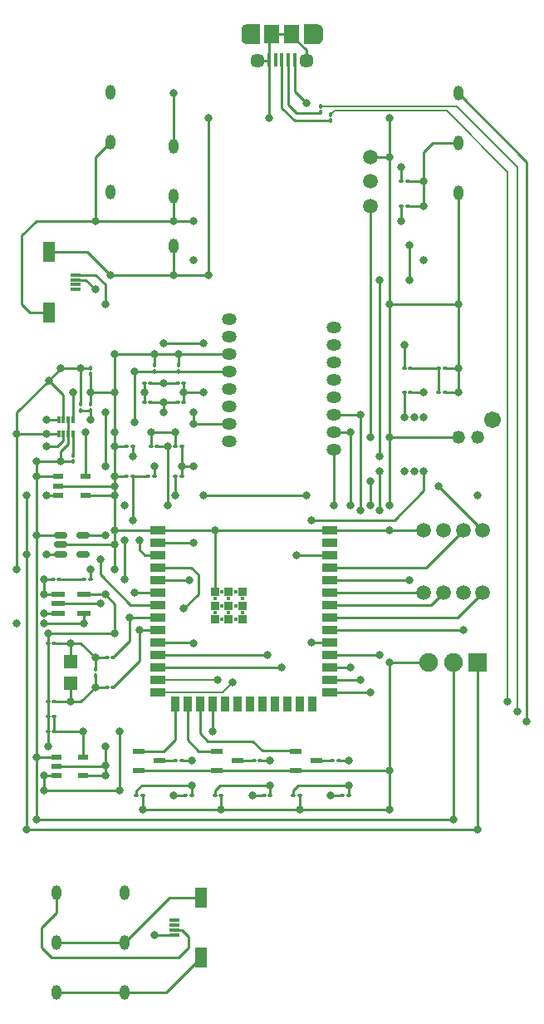
<source format=gbr>
%TF.GenerationSoftware,KiCad,Pcbnew,7.0.7*%
%TF.CreationDate,2023-11-24T19:36:33-07:00*%
%TF.ProjectId,mouse,6d6f7573-652e-46b6-9963-61645f706362,rev?*%
%TF.SameCoordinates,Original*%
%TF.FileFunction,Copper,L1,Top*%
%TF.FilePolarity,Positive*%
%FSLAX46Y46*%
G04 Gerber Fmt 4.6, Leading zero omitted, Abs format (unit mm)*
G04 Created by KiCad (PCBNEW 7.0.7) date 2023-11-24 19:36:33*
%MOMM*%
%LPD*%
G01*
G04 APERTURE LIST*
G04 Aperture macros list*
%AMRoundRect*
0 Rectangle with rounded corners*
0 $1 Rounding radius*
0 $2 $3 $4 $5 $6 $7 $8 $9 X,Y pos of 4 corners*
0 Add a 4 corners polygon primitive as box body*
4,1,4,$2,$3,$4,$5,$6,$7,$8,$9,$2,$3,0*
0 Add four circle primitives for the rounded corners*
1,1,$1+$1,$2,$3*
1,1,$1+$1,$4,$5*
1,1,$1+$1,$6,$7*
1,1,$1+$1,$8,$9*
0 Add four rect primitives between the rounded corners*
20,1,$1+$1,$2,$3,$4,$5,0*
20,1,$1+$1,$4,$5,$6,$7,0*
20,1,$1+$1,$6,$7,$8,$9,0*
20,1,$1+$1,$8,$9,$2,$3,0*%
G04 Aperture macros list end*
%TA.AperFunction,EtchedComponent*%
%ADD10C,0.010000*%
%TD*%
%TA.AperFunction,SMDPad,CuDef*%
%ADD11R,0.299999X0.670001*%
%TD*%
%TA.AperFunction,SMDPad,CuDef*%
%ADD12R,1.320800X0.508000*%
%TD*%
%TA.AperFunction,ComponentPad*%
%ADD13O,1.200000X1.900000*%
%TD*%
%TA.AperFunction,SMDPad,CuDef*%
%ADD14R,1.500000X1.900000*%
%TD*%
%TA.AperFunction,ComponentPad*%
%ADD15C,1.450000*%
%TD*%
%TA.AperFunction,SMDPad,CuDef*%
%ADD16R,0.400000X1.350000*%
%TD*%
%TA.AperFunction,SMDPad,CuDef*%
%ADD17R,1.000000X0.300000*%
%TD*%
%TA.AperFunction,SMDPad,CuDef*%
%ADD18R,1.300000X2.000000*%
%TD*%
%TA.AperFunction,SMDPad,CuDef*%
%ADD19RoundRect,0.100000X-0.130000X-0.100000X0.130000X-0.100000X0.130000X0.100000X-0.130000X0.100000X0*%
%TD*%
%TA.AperFunction,SMDPad,CuDef*%
%ADD20RoundRect,0.100000X-0.100000X0.130000X-0.100000X-0.130000X0.100000X-0.130000X0.100000X0.130000X0*%
%TD*%
%TA.AperFunction,SMDPad,CuDef*%
%ADD21RoundRect,0.150000X-0.512500X-0.150000X0.512500X-0.150000X0.512500X0.150000X-0.512500X0.150000X0*%
%TD*%
%TA.AperFunction,ComponentPad*%
%ADD22C,1.500000*%
%TD*%
%TA.AperFunction,ComponentPad*%
%ADD23O,1.000000X1.500000*%
%TD*%
%TA.AperFunction,SMDPad,CuDef*%
%ADD24RoundRect,0.100000X0.130000X0.100000X-0.130000X0.100000X-0.130000X-0.100000X0.130000X-0.100000X0*%
%TD*%
%TA.AperFunction,SMDPad,CuDef*%
%ADD25RoundRect,0.100000X0.100000X-0.130000X0.100000X0.130000X-0.100000X0.130000X-0.100000X-0.130000X0*%
%TD*%
%TA.AperFunction,SMDPad,CuDef*%
%ADD26R,1.300000X0.600000*%
%TD*%
%TA.AperFunction,SMDPad,CuDef*%
%ADD27R,1.397000X1.422400*%
%TD*%
%TA.AperFunction,ComponentPad*%
%ADD28O,1.500000X1.200000*%
%TD*%
%TA.AperFunction,SMDPad,CuDef*%
%ADD29R,0.977900X0.508000*%
%TD*%
%TA.AperFunction,SMDPad,CuDef*%
%ADD30R,1.500000X0.900000*%
%TD*%
%TA.AperFunction,SMDPad,CuDef*%
%ADD31R,0.900000X1.500000*%
%TD*%
%TA.AperFunction,SMDPad,CuDef*%
%ADD32R,0.900000X0.900000*%
%TD*%
%TA.AperFunction,ComponentPad*%
%ADD33C,0.400000*%
%TD*%
%TA.AperFunction,SMDPad,CuDef*%
%ADD34R,1.003300X0.508000*%
%TD*%
%TA.AperFunction,ComponentPad*%
%ADD35C,1.320800*%
%TD*%
%TA.AperFunction,ComponentPad*%
%ADD36C,1.701800*%
%TD*%
%TA.AperFunction,ComponentPad*%
%ADD37R,1.900000X1.900000*%
%TD*%
%TA.AperFunction,ComponentPad*%
%ADD38C,1.900000*%
%TD*%
%TA.AperFunction,ViaPad*%
%ADD39C,0.800000*%
%TD*%
%TA.AperFunction,Conductor*%
%ADD40C,0.250000*%
%TD*%
%TA.AperFunction,Conductor*%
%ADD41C,0.200000*%
%TD*%
G04 APERTURE END LIST*
%TO.C,J5*%
D10*
X73900000Y-22850000D02*
X72600000Y-22850000D01*
X72574000Y-22849000D01*
X72548000Y-22847000D01*
X72522000Y-22844000D01*
X72496000Y-22839000D01*
X72471000Y-22833000D01*
X72445000Y-22826000D01*
X72421000Y-22817000D01*
X72397000Y-22807000D01*
X72373000Y-22796000D01*
X72350000Y-22783000D01*
X72328000Y-22769000D01*
X72306000Y-22755000D01*
X72285000Y-22739000D01*
X72265000Y-22722000D01*
X72246000Y-22704000D01*
X72228000Y-22685000D01*
X72211000Y-22665000D01*
X72195000Y-22644000D01*
X72181000Y-22622000D01*
X72167000Y-22600000D01*
X72154000Y-22577000D01*
X72143000Y-22553000D01*
X72133000Y-22529000D01*
X72124000Y-22505000D01*
X72117000Y-22479000D01*
X72111000Y-22454000D01*
X72106000Y-22428000D01*
X72103000Y-22402000D01*
X72101000Y-22376000D01*
X72100000Y-22350000D01*
X72100000Y-21450000D01*
X72101000Y-21424000D01*
X72103000Y-21398000D01*
X72106000Y-21372000D01*
X72111000Y-21346000D01*
X72117000Y-21321000D01*
X72124000Y-21295000D01*
X72133000Y-21271000D01*
X72143000Y-21247000D01*
X72154000Y-21223000D01*
X72167000Y-21200000D01*
X72181000Y-21178000D01*
X72195000Y-21156000D01*
X72211000Y-21135000D01*
X72228000Y-21115000D01*
X72246000Y-21096000D01*
X72265000Y-21078000D01*
X72285000Y-21061000D01*
X72306000Y-21045000D01*
X72328000Y-21031000D01*
X72350000Y-21017000D01*
X72373000Y-21004000D01*
X72397000Y-20993000D01*
X72421000Y-20983000D01*
X72445000Y-20974000D01*
X72471000Y-20967000D01*
X72496000Y-20961000D01*
X72522000Y-20956000D01*
X72548000Y-20953000D01*
X72574000Y-20951000D01*
X72600000Y-20950000D01*
X73900000Y-20950000D01*
X73900000Y-22850000D01*
%TA.AperFunction,EtchedComponent*%
G36*
X73900000Y-22850000D02*
G01*
X72600000Y-22850000D01*
X72574000Y-22849000D01*
X72548000Y-22847000D01*
X72522000Y-22844000D01*
X72496000Y-22839000D01*
X72471000Y-22833000D01*
X72445000Y-22826000D01*
X72421000Y-22817000D01*
X72397000Y-22807000D01*
X72373000Y-22796000D01*
X72350000Y-22783000D01*
X72328000Y-22769000D01*
X72306000Y-22755000D01*
X72285000Y-22739000D01*
X72265000Y-22722000D01*
X72246000Y-22704000D01*
X72228000Y-22685000D01*
X72211000Y-22665000D01*
X72195000Y-22644000D01*
X72181000Y-22622000D01*
X72167000Y-22600000D01*
X72154000Y-22577000D01*
X72143000Y-22553000D01*
X72133000Y-22529000D01*
X72124000Y-22505000D01*
X72117000Y-22479000D01*
X72111000Y-22454000D01*
X72106000Y-22428000D01*
X72103000Y-22402000D01*
X72101000Y-22376000D01*
X72100000Y-22350000D01*
X72100000Y-21450000D01*
X72101000Y-21424000D01*
X72103000Y-21398000D01*
X72106000Y-21372000D01*
X72111000Y-21346000D01*
X72117000Y-21321000D01*
X72124000Y-21295000D01*
X72133000Y-21271000D01*
X72143000Y-21247000D01*
X72154000Y-21223000D01*
X72167000Y-21200000D01*
X72181000Y-21178000D01*
X72195000Y-21156000D01*
X72211000Y-21135000D01*
X72228000Y-21115000D01*
X72246000Y-21096000D01*
X72265000Y-21078000D01*
X72285000Y-21061000D01*
X72306000Y-21045000D01*
X72328000Y-21031000D01*
X72350000Y-21017000D01*
X72373000Y-21004000D01*
X72397000Y-20993000D01*
X72421000Y-20983000D01*
X72445000Y-20974000D01*
X72471000Y-20967000D01*
X72496000Y-20961000D01*
X72522000Y-20956000D01*
X72548000Y-20953000D01*
X72574000Y-20951000D01*
X72600000Y-20950000D01*
X73900000Y-20950000D01*
X73900000Y-22850000D01*
G37*
%TD.AperFunction*%
X79826000Y-20951000D02*
X79852000Y-20953000D01*
X79878000Y-20956000D01*
X79904000Y-20961000D01*
X79929000Y-20967000D01*
X79955000Y-20974000D01*
X79979000Y-20983000D01*
X80003000Y-20993000D01*
X80027000Y-21004000D01*
X80050000Y-21017000D01*
X80072000Y-21031000D01*
X80094000Y-21045000D01*
X80115000Y-21061000D01*
X80135000Y-21078000D01*
X80154000Y-21096000D01*
X80172000Y-21115000D01*
X80189000Y-21135000D01*
X80205000Y-21156000D01*
X80219000Y-21178000D01*
X80233000Y-21200000D01*
X80246000Y-21223000D01*
X80257000Y-21247000D01*
X80267000Y-21271000D01*
X80276000Y-21295000D01*
X80283000Y-21321000D01*
X80289000Y-21346000D01*
X80294000Y-21372000D01*
X80297000Y-21398000D01*
X80299000Y-21424000D01*
X80300000Y-21450000D01*
X80300000Y-22350000D01*
X80299000Y-22376000D01*
X80297000Y-22402000D01*
X80294000Y-22428000D01*
X80289000Y-22454000D01*
X80283000Y-22479000D01*
X80276000Y-22505000D01*
X80267000Y-22529000D01*
X80257000Y-22553000D01*
X80246000Y-22577000D01*
X80233000Y-22600000D01*
X80219000Y-22622000D01*
X80205000Y-22644000D01*
X80189000Y-22665000D01*
X80172000Y-22685000D01*
X80154000Y-22704000D01*
X80135000Y-22722000D01*
X80115000Y-22739000D01*
X80094000Y-22755000D01*
X80072000Y-22769000D01*
X80050000Y-22783000D01*
X80027000Y-22796000D01*
X80003000Y-22807000D01*
X79979000Y-22817000D01*
X79955000Y-22826000D01*
X79929000Y-22833000D01*
X79904000Y-22839000D01*
X79878000Y-22844000D01*
X79852000Y-22847000D01*
X79826000Y-22849000D01*
X79800000Y-22850000D01*
X78500000Y-22850000D01*
X78500000Y-20950000D01*
X79800000Y-20950000D01*
X79826000Y-20951000D01*
%TA.AperFunction,EtchedComponent*%
G36*
X79826000Y-20951000D02*
G01*
X79852000Y-20953000D01*
X79878000Y-20956000D01*
X79904000Y-20961000D01*
X79929000Y-20967000D01*
X79955000Y-20974000D01*
X79979000Y-20983000D01*
X80003000Y-20993000D01*
X80027000Y-21004000D01*
X80050000Y-21017000D01*
X80072000Y-21031000D01*
X80094000Y-21045000D01*
X80115000Y-21061000D01*
X80135000Y-21078000D01*
X80154000Y-21096000D01*
X80172000Y-21115000D01*
X80189000Y-21135000D01*
X80205000Y-21156000D01*
X80219000Y-21178000D01*
X80233000Y-21200000D01*
X80246000Y-21223000D01*
X80257000Y-21247000D01*
X80267000Y-21271000D01*
X80276000Y-21295000D01*
X80283000Y-21321000D01*
X80289000Y-21346000D01*
X80294000Y-21372000D01*
X80297000Y-21398000D01*
X80299000Y-21424000D01*
X80300000Y-21450000D01*
X80300000Y-22350000D01*
X80299000Y-22376000D01*
X80297000Y-22402000D01*
X80294000Y-22428000D01*
X80289000Y-22454000D01*
X80283000Y-22479000D01*
X80276000Y-22505000D01*
X80267000Y-22529000D01*
X80257000Y-22553000D01*
X80246000Y-22577000D01*
X80233000Y-22600000D01*
X80219000Y-22622000D01*
X80205000Y-22644000D01*
X80189000Y-22665000D01*
X80172000Y-22685000D01*
X80154000Y-22704000D01*
X80135000Y-22722000D01*
X80115000Y-22739000D01*
X80094000Y-22755000D01*
X80072000Y-22769000D01*
X80050000Y-22783000D01*
X80027000Y-22796000D01*
X80003000Y-22807000D01*
X79979000Y-22817000D01*
X79955000Y-22826000D01*
X79929000Y-22833000D01*
X79904000Y-22839000D01*
X79878000Y-22844000D01*
X79852000Y-22847000D01*
X79826000Y-22849000D01*
X79800000Y-22850000D01*
X78500000Y-22850000D01*
X78500000Y-20950000D01*
X79800000Y-20950000D01*
X79826000Y-20951000D01*
G37*
%TD.AperFunction*%
%TD*%
D11*
%TO.P,PWRSW1,1,GND*%
%TO.N,GND*%
X54950001Y-61209999D03*
%TO.P,PWRSW1,2,VOUT*%
%TO.N,PWR_OUT*%
X54450000Y-61209999D03*
%TO.P,PWRSW1,3,VIN1*%
%TO.N,VBUS*%
X53950000Y-61209999D03*
%TO.P,PWRSW1,4,PR1*%
%TO.N,Net-(PWRSW1-PR1)*%
X53449999Y-61209999D03*
%TO.P,PWRSW1,5,MODE*%
%TO.N,VBUS*%
X53449999Y-62690001D03*
%TO.P,PWRSW1,6,VIN2*%
%TO.N,+BATT*%
X53950000Y-62690001D03*
%TO.P,PWRSW1,7,VOUT*%
%TO.N,PWR_OUT*%
X54450000Y-62690001D03*
%TO.P,PWRSW1,8,ST*%
%TO.N,PWRSTAT*%
X54950001Y-62690001D03*
%TD*%
D12*
%TO.P,CHGR1,1,STAT*%
%TO.N,Net-(CHGR1-STAT)*%
X53404600Y-78999999D03*
%TO.P,CHGR1,2,VSS*%
%TO.N,Net-(CHGR1-VSS)*%
X53404600Y-79950000D03*
%TO.P,CHGR1,3,VBAT*%
%TO.N,+BATT*%
X53404600Y-80900001D03*
%TO.P,CHGR1,4,VDD*%
%TO.N,VBUS*%
X55995400Y-80900001D03*
%TO.P,CHGR1,5,PROG*%
%TO.N,GND*%
X55995400Y-78999999D03*
%TD*%
D13*
%TO.P,J5,SH6,SHIELD6*%
%TO.N,unconnected-(J5-SHIELD6-PadSH6)*%
X72700000Y-21900000D03*
D14*
%TO.P,J5,SH5,SHIELD5*%
%TO.N,GND*%
X75200000Y-21900000D03*
%TO.P,J5,SH4,SHIELD4*%
X77200000Y-21900000D03*
D13*
%TO.P,J5,SH3,SHIELD3*%
%TO.N,unconnected-(J5-SHIELD3-PadSH3)*%
X79700000Y-21900000D03*
D15*
%TO.P,J5,SH2,SHIELD2*%
%TO.N,GND*%
X73700000Y-24600000D03*
%TO.P,J5,SH1,SHIELD1*%
X78700000Y-24600000D03*
D16*
%TO.P,J5,5,GND*%
X74900000Y-24575000D03*
%TO.P,J5,4,ID*%
%TO.N,unconnected-(J5-ID-Pad4)*%
X75550000Y-24575000D03*
%TO.P,J5,3,D+*%
%TO.N,Net-(J5-D+)*%
X76200000Y-24575000D03*
%TO.P,J5,2,D-*%
%TO.N,Net-(J5-D-)*%
X76850000Y-24575000D03*
%TO.P,J5,1,VBUS*%
%TO.N,VBUS*%
X77500000Y-24575000D03*
%TD*%
D17*
%TO.P,J6,1,1*%
%TO.N,SW3_COM*%
X55200000Y-46449999D03*
%TO.P,J6,2,2*%
%TO.N,SW4_COM*%
X55200000Y-46950000D03*
%TO.P,J6,3,3*%
%TO.N,unconnected-(J6-Pad3)*%
X55200000Y-47450000D03*
%TO.P,J6,4,4*%
%TO.N,unconnected-(J6-Pad4)*%
X55200000Y-47950001D03*
D18*
%TO.P,J6,P1,P1*%
%TO.N,GND*%
X52500001Y-44150001D03*
%TO.P,J6,P2,P2*%
%TO.N,PWR_3.3V*%
X52500001Y-50249999D03*
%TD*%
%TO.P,J4,P2,P2*%
%TO.N,PWR_3.3V_OFF*%
X67949999Y-109900001D03*
%TO.P,J4,P1,P1*%
%TO.N,GND_OFF*%
X67949999Y-115999999D03*
D17*
%TO.P,J4,4,4*%
%TO.N,unconnected-(J4-Pad4)*%
X65250000Y-112199999D03*
%TO.P,J4,3,3*%
%TO.N,unconnected-(J4-Pad3)*%
X65250000Y-112700000D03*
%TO.P,J4,2,2*%
%TO.N,SW4_COM_OFF*%
X65250000Y-113200000D03*
%TO.P,J4,1,1*%
%TO.N,SW3_COM_OFF*%
X65250000Y-113700001D03*
%TD*%
D19*
%TO.P,C8,1*%
%TO.N,GND*%
X60380000Y-63950000D03*
%TO.P,C8,2*%
%TO.N,+BATT*%
X61020000Y-63950000D03*
%TD*%
D20*
%TO.P,R18,2*%
%TO.N,Net-(J5-D-)*%
X80200000Y-29925000D03*
%TO.P,R18,1*%
%TO.N,USB_D-*%
X80200000Y-29285000D03*
%TD*%
%TO.P,R7,1*%
%TO.N,Net-(C12-Pad2)*%
X57200000Y-86630000D03*
%TO.P,R7,2*%
%TO.N,Net-(C13-Pad2)*%
X57200000Y-87270000D03*
%TD*%
D21*
%TO.P,U1,1,VIN*%
%TO.N,PWR_OUT*%
X53682500Y-73000000D03*
%TO.P,U1,2,GND*%
%TO.N,GND*%
X53682500Y-73950000D03*
%TO.P,U1,3,EN*%
%TO.N,PWR_EN*%
X53682500Y-74900000D03*
%TO.P,U1,4,NC*%
%TO.N,unconnected-(U1-NC-Pad4)*%
X55957500Y-74900000D03*
%TO.P,U1,5,VOUT*%
%TO.N,PWR_3.3V*%
X55957500Y-73000000D03*
%TD*%
D19*
%TO.P,C18,1*%
%TO.N,Net-(D6-A)*%
X61380000Y-99450000D03*
%TO.P,C18,2*%
%TO.N,GND*%
X62020000Y-99450000D03*
%TD*%
D22*
%TO.P,J3,1*%
%TO.N,TMS*%
X90700000Y-78780000D03*
%TO.P,J3,2*%
%TO.N,TDI*%
X92700000Y-78780000D03*
%TO.P,J3,3*%
%TO.N,TCK*%
X94700000Y-78780000D03*
%TO.P,J3,4*%
%TO.N,TDO*%
X96700000Y-78780000D03*
%TD*%
D23*
%TO.P,MMB1,1,COM*%
%TO.N,SCROLL_CLICK*%
X65200000Y-33370000D03*
%TO.P,MMB1,2,NO*%
%TO.N,PWR_3.3V*%
X65200000Y-38450000D03*
%TO.P,MMB1,3,NC*%
%TO.N,GND*%
X65200000Y-43530000D03*
%TD*%
D19*
%TO.P,D8,1,K*%
%TO.N,Net-(D8-K)*%
X81380000Y-95950000D03*
%TO.P,D8,2,A*%
%TO.N,Net-(D8-A)*%
X82020000Y-95950000D03*
%TD*%
D24*
%TO.P,R2,1*%
%TO.N,Net-(D2-K)*%
X53520000Y-77450000D03*
%TO.P,R2,2*%
%TO.N,Net-(CHGR1-STAT)*%
X52880000Y-77450000D03*
%TD*%
%TO.P,R10,1*%
%TO.N,XTAL2*%
X59020000Y-88450000D03*
%TO.P,R10,2*%
%TO.N,Net-(C13-Pad2)*%
X58380000Y-88450000D03*
%TD*%
D25*
%TO.P,C9,1*%
%TO.N,GND*%
X56700000Y-56590000D03*
%TO.P,C9,2*%
%TO.N,VBUS*%
X56700000Y-55950000D03*
%TD*%
D19*
%TO.P,C5,1*%
%TO.N,PWR_3.3V*%
X65560000Y-59450000D03*
%TO.P,C5,2*%
%TO.N,GND1*%
X66200000Y-59450000D03*
%TD*%
D26*
%TO.P,Q8,1,B*%
%TO.N,LED_G*%
X69600000Y-95000000D03*
%TO.P,Q8,2,E*%
%TO.N,GND*%
X69600000Y-96900000D03*
%TO.P,Q8,3,C*%
%TO.N,Net-(D7-K)*%
X71700000Y-95950000D03*
%TD*%
D20*
%TO.P,R17,1*%
%TO.N,USB_D+*%
X81200000Y-30130000D03*
%TO.P,R17,2*%
%TO.N,Net-(J5-D+)*%
X81200000Y-30770000D03*
%TD*%
D19*
%TO.P,C11,1*%
%TO.N,GND*%
X65380000Y-66950000D03*
%TO.P,C11,2*%
%TO.N,PWR_3.3V*%
X66020000Y-66950000D03*
%TD*%
%TO.P,C15,1*%
%TO.N,GND*%
X52380000Y-91450000D03*
%TO.P,C15,2*%
%TO.N,PWR_5V*%
X53020000Y-91450000D03*
%TD*%
D24*
%TO.P,R9,1*%
%TO.N,XTAL1*%
X59020000Y-85450000D03*
%TO.P,R9,2*%
%TO.N,Net-(C12-Pad2)*%
X58380000Y-85450000D03*
%TD*%
D19*
%TO.P,R24,1*%
%TO.N,PWR_5V*%
X82380000Y-99450000D03*
%TO.P,R24,2*%
%TO.N,Net-(D8-A)*%
X83020000Y-99450000D03*
%TD*%
%TO.P,C19,1*%
%TO.N,Net-(D7-A)*%
X69380000Y-99450000D03*
%TO.P,C19,2*%
%TO.N,GND*%
X70020000Y-99450000D03*
%TD*%
%TO.P,C14,1*%
%TO.N,GND*%
X60380000Y-66950000D03*
%TO.P,C14,2*%
%TO.N,EN*%
X61020000Y-66950000D03*
%TD*%
%TO.P,R11,1*%
%TO.N,LED_P*%
X88700000Y-55950000D03*
%TO.P,R11,2*%
%TO.N,Net-(D1-A)*%
X89340000Y-55950000D03*
%TD*%
D22*
%TO.P,ENC1,1,A*%
%TO.N,SCROLL_UP*%
X85200000Y-39450000D03*
%TO.P,ENC1,2,B*%
%TO.N,SCROLL_DOWN*%
X85200000Y-36950000D03*
%TO.P,ENC1,3,COM*%
%TO.N,GND*%
X85200000Y-34450000D03*
%TD*%
D26*
%TO.P,Q7,1,B*%
%TO.N,LED_R*%
X61600000Y-95000000D03*
%TO.P,Q7,2,E*%
%TO.N,GND*%
X61600000Y-96900000D03*
%TO.P,Q7,3,C*%
%TO.N,Net-(D6-K)*%
X63700000Y-95950000D03*
%TD*%
D24*
%TO.P,R8,1*%
%TO.N,PWR_3.3V*%
X63200000Y-66950000D03*
%TO.P,R8,2*%
%TO.N,EN*%
X62560000Y-66950000D03*
%TD*%
D23*
%TO.P,LMB1,1,COM*%
%TO.N,SW1_COM*%
X58700000Y-27870000D03*
%TO.P,LMB1,2,NO*%
%TO.N,PWR_3.3V*%
X58700000Y-32950000D03*
%TO.P,LMB1,3,NC*%
%TO.N,GND*%
X58700000Y-38030000D03*
%TD*%
D27*
%TO.P,XTAL1,1,1*%
%TO.N,Net-(C12-Pad2)*%
X54700000Y-85857800D03*
%TO.P,XTAL1,2,2*%
%TO.N,Net-(C13-Pad2)*%
X54700000Y-88042200D03*
%TD*%
D19*
%TO.P,C20,1*%
%TO.N,Net-(D8-A)*%
X77380000Y-99450000D03*
%TO.P,C20,2*%
%TO.N,GND*%
X78020000Y-99450000D03*
%TD*%
D26*
%TO.P,Q9,1,B*%
%TO.N,LED_B*%
X77600000Y-95000000D03*
%TO.P,Q9,2,E*%
%TO.N,GND*%
X77600000Y-96900000D03*
%TO.P,Q9,3,C*%
%TO.N,Net-(D8-K)*%
X79700000Y-95950000D03*
%TD*%
D19*
%TO.P,D6,1,K*%
%TO.N,Net-(D6-K)*%
X65380000Y-95950000D03*
%TO.P,D6,2,A*%
%TO.N,Net-(D6-A)*%
X66020000Y-95950000D03*
%TD*%
%TO.P,C7,1*%
%TO.N,Net-(D1-A)*%
X92225000Y-58450000D03*
%TO.P,C7,2*%
%TO.N,GND*%
X92865000Y-58450000D03*
%TD*%
D23*
%TO.P,RMB1,1,COM*%
%TO.N,SW2_COM*%
X94200000Y-27940000D03*
%TO.P,RMB1,2,NO*%
%TO.N,PWR_3.3V*%
X94200000Y-33020000D03*
%TO.P,RMB1,3,NC*%
%TO.N,GND*%
X94200000Y-38100000D03*
%TD*%
D22*
%TO.P,J1,1*%
%TO.N,GND*%
X90700000Y-72430000D03*
%TO.P,J1,2*%
%TO.N,RXD0*%
X92700000Y-72430000D03*
%TO.P,J1,3*%
%TO.N,TXD0*%
X94700000Y-72430000D03*
%TO.P,J1,4*%
%TO.N,PWR_3.3V*%
X96700000Y-72430000D03*
%TD*%
D19*
%TO.P,C10,1*%
%TO.N,GND*%
X65380000Y-63950000D03*
%TO.P,C10,2*%
%TO.N,PWR_3.3V*%
X66020000Y-63950000D03*
%TD*%
%TO.P,D2,1,K*%
%TO.N,Net-(D2-K)*%
X56035000Y-77450000D03*
%TO.P,D2,2,A*%
%TO.N,VBUS*%
X56675000Y-77450000D03*
%TD*%
D28*
%TO.P,PAW1,1,NC1*%
%TO.N,unconnected-(PAW1-NC1-Pad1)*%
X70850000Y-50950000D03*
%TO.P,PAW1,2,NC2*%
%TO.N,unconnected-(PAW1-NC2-Pad2)*%
X70850000Y-52730000D03*
%TO.P,PAW1,3,GND*%
%TO.N,GND*%
X70850000Y-54510000D03*
%TO.P,PAW1,4,VDD*%
%TO.N,PWR_1.9V*%
X70850000Y-56290000D03*
%TO.P,PAW1,5,VDDREG*%
%TO.N,VDDREG*%
X70850000Y-58070000D03*
%TO.P,PAW1,6,NC6*%
%TO.N,unconnected-(PAW1-NC6-Pad6)*%
X70850000Y-59850000D03*
%TO.P,PAW1,7,VDDIO*%
%TO.N,PWR_3.3V*%
X70850000Y-61630000D03*
%TO.P,PAW1,8,GNDIO*%
%TO.N,GND1*%
X70850000Y-63410000D03*
%TO.P,PAW1,9,MOTION*%
%TO.N,MOTION*%
X81550000Y-64300000D03*
%TO.P,PAW1,10,SCLK*%
%TO.N,SCLK*%
X81550000Y-62520000D03*
%TO.P,PAW1,11,MOSI*%
%TO.N,MOSI*%
X81550000Y-60740000D03*
%TO.P,PAW1,12,MISO*%
%TO.N,MISO*%
X81550000Y-58960000D03*
%TO.P,PAW1,13,NCS*%
%TO.N,NCS*%
X81550000Y-57180000D03*
%TO.P,PAW1,14,NRESET*%
%TO.N,NRESET*%
X81550000Y-55400000D03*
%TO.P,PAW1,15,LED_P*%
%TO.N,LED_P*%
X81550000Y-53620000D03*
%TO.P,PAW1,16,NC16*%
%TO.N,unconnected-(PAW1-NC16-Pad16)*%
X81550000Y-51840000D03*
%TD*%
D20*
%TO.P,R4,1*%
%TO.N,VBUS*%
X55700000Y-59630000D03*
%TO.P,R4,2*%
%TO.N,Net-(PWRSW1-PR1)*%
X55700000Y-60270000D03*
%TD*%
D19*
%TO.P,R15,1*%
%TO.N,SCROLL_UP*%
X88380000Y-39450000D03*
%TO.P,R15,2*%
%TO.N,PWR_3.3V*%
X89020000Y-39450000D03*
%TD*%
D29*
%TO.P,U2,1,VIN*%
%TO.N,PWR_OUT*%
X53200000Y-95549998D03*
%TO.P,U2,2,GND*%
%TO.N,GND*%
X53200000Y-96499999D03*
%TO.P,U2,3,EN*%
%TO.N,PWR_5V_EN*%
X53200000Y-97450000D03*
%TO.P,U2,4,BYP*%
%TO.N,GND*%
X55930500Y-97450000D03*
%TO.P,U2,5,VOUT*%
%TO.N,PWR_5V*%
X55930500Y-95549998D03*
%TD*%
D19*
%TO.P,R16,1*%
%TO.N,SCROLL_DOWN*%
X88380000Y-36950000D03*
%TO.P,R16,2*%
%TO.N,PWR_3.3V*%
X89020000Y-36950000D03*
%TD*%
D23*
%TO.P,SMB5,1,COM*%
%TO.N,SW4_COM_OFF*%
X53200000Y-109370000D03*
%TO.P,SMB5,2,NO*%
%TO.N,PWR_3.3V_OFF*%
X53200000Y-114450000D03*
%TO.P,SMB5,3,NC*%
%TO.N,GND_OFF*%
X53200000Y-119530000D03*
%TD*%
%TO.P,SMB4,3,NC*%
%TO.N,GND_OFF*%
X60200000Y-119530000D03*
%TO.P,SMB4,2,NO*%
%TO.N,PWR_3.3V_OFF*%
X60200000Y-114450000D03*
%TO.P,SMB4,1,COM*%
%TO.N,SW3_COM_OFF*%
X60200000Y-109370000D03*
%TD*%
D19*
%TO.P,C4,1*%
%TO.N,GND1*%
X62200000Y-57450000D03*
%TO.P,C4,2*%
%TO.N,VDDREG*%
X62840000Y-57450000D03*
%TD*%
D30*
%TO.P,ESP1,1,GND*%
%TO.N,GND*%
X63550000Y-72430000D03*
%TO.P,ESP1,2,3V3*%
%TO.N,PWR_3.3V*%
X63550000Y-73700000D03*
%TO.P,ESP1,3,EN*%
%TO.N,EN*%
X63550000Y-74970000D03*
%TO.P,ESP1,4,IO4*%
%TO.N,SW1_COM*%
X63550000Y-76240000D03*
%TO.P,ESP1,5,IO5*%
%TO.N,SW2_COM*%
X63550000Y-77510000D03*
%TO.P,ESP1,6,IO6*%
%TO.N,SW3_COM*%
X63550000Y-78780000D03*
%TO.P,ESP1,7,IO7*%
%TO.N,SW4_COM*%
X63550000Y-80050000D03*
%TO.P,ESP1,8,XTALP*%
%TO.N,XTAL1*%
X63550000Y-81320000D03*
%TO.P,ESP1,9,XTALN*%
%TO.N,XTAL2*%
X63550000Y-82590000D03*
%TO.P,ESP1,10,IO17*%
%TO.N,SCROLL_CLICK*%
X63550000Y-83860000D03*
%TO.P,ESP1,11,IO18*%
%TO.N,SCROLL_UP*%
X63550000Y-85130000D03*
%TO.P,ESP1,12,IO8*%
%TO.N,SCROLL_DOWN*%
X63550000Y-86400000D03*
%TO.P,ESP1,13,USB_D-*%
%TO.N,USB_D-*%
X63550000Y-87670000D03*
%TO.P,ESP1,14,USB_D+*%
%TO.N,USB_D+*%
X63550000Y-88940000D03*
D31*
%TO.P,ESP1,15,IO3*%
%TO.N,LED_R*%
X65315000Y-90190000D03*
%TO.P,ESP1,16,IO46*%
%TO.N,LED_G*%
X66585000Y-90190000D03*
%TO.P,ESP1,17,IO9*%
%TO.N,LED_B*%
X67855000Y-90190000D03*
%TO.P,ESP1,18,IO10*%
%TO.N,PWR_5V_EN*%
X69125000Y-90190000D03*
%TO.P,ESP1,19,IO11*%
%TO.N,unconnected-(ESP1-IO11-Pad19)*%
X70395000Y-90190000D03*
%TO.P,ESP1,20,IO12*%
%TO.N,unconnected-(ESP1-IO12-Pad20)*%
X71665000Y-90190000D03*
%TO.P,ESP1,21,IO13*%
%TO.N,unconnected-(ESP1-IO13-Pad21)*%
X72935000Y-90190000D03*
%TO.P,ESP1,22,IO14*%
%TO.N,unconnected-(ESP1-IO14-Pad22)*%
X74205000Y-90190000D03*
%TO.P,ESP1,23,IO21*%
%TO.N,unconnected-(ESP1-IO21-Pad23)*%
X75475000Y-90190000D03*
%TO.P,ESP1,24,IO47*%
%TO.N,unconnected-(ESP1-IO47-Pad24)*%
X76745000Y-90190000D03*
%TO.P,ESP1,25,IO48*%
%TO.N,unconnected-(ESP1-IO48-Pad25)*%
X78015000Y-90190000D03*
%TO.P,ESP1,26,IO45*%
%TO.N,unconnected-(ESP1-IO45-Pad26)*%
X79285000Y-90190000D03*
D30*
%TO.P,ESP1,27,NCS*%
%TO.N,NCS*%
X81050000Y-88940000D03*
%TO.P,ESP1,28,MOSI*%
%TO.N,MOSI*%
X81050000Y-87670000D03*
%TO.P,ESP1,29,SCLK*%
%TO.N,SCLK*%
X81050000Y-86400000D03*
%TO.P,ESP1,30,MISO*%
%TO.N,MISO*%
X81050000Y-85130000D03*
%TO.P,ESP1,31,NRESET*%
%TO.N,NRESET*%
X81050000Y-83860000D03*
%TO.P,ESP1,32,MTCK*%
%TO.N,TCK*%
X81050000Y-82590000D03*
%TO.P,ESP1,33,MTDO*%
%TO.N,TDO*%
X81050000Y-81320000D03*
%TO.P,ESP1,34,MTDI*%
%TO.N,TDI*%
X81050000Y-80050000D03*
%TO.P,ESP1,35,MTMS*%
%TO.N,TMS*%
X81050000Y-78780000D03*
%TO.P,ESP1,36,RXD0*%
%TO.N,RXD0*%
X81050000Y-77510000D03*
%TO.P,ESP1,37,TXD0*%
%TO.N,TXD0*%
X81050000Y-76240000D03*
%TO.P,ESP1,38,IO2*%
%TO.N,MOTION*%
X81050000Y-74970000D03*
%TO.P,ESP1,39,IO1*%
%TO.N,unconnected-(ESP1-IO1-Pad39)*%
X81050000Y-73700000D03*
%TO.P,ESP1,40,GND*%
%TO.N,GND*%
X81050000Y-72430000D03*
D32*
%TO.P,ESP1,41_1,GND*%
X69400000Y-78750000D03*
%TO.P,ESP1,41_2,GND*%
X70800000Y-78750000D03*
%TO.P,ESP1,41_3,GND*%
X72200000Y-78750000D03*
%TO.P,ESP1,41_4,GND*%
X69400000Y-80150000D03*
%TO.P,ESP1,41_5,GND*%
X70800000Y-80150000D03*
%TO.P,ESP1,41_6,GND*%
X72200000Y-80150000D03*
%TO.P,ESP1,41_7,GND*%
X69400000Y-81550000D03*
%TO.P,ESP1,41_8,GND*%
X70800000Y-81550000D03*
%TO.P,ESP1,41_9,GND*%
X72200000Y-81550000D03*
D33*
%TO.P,ESP1,41_10*%
%TO.N,N/C*%
X70100000Y-78750000D03*
%TO.P,ESP1,41_11*%
X71500000Y-78750000D03*
%TO.P,ESP1,41_12*%
X69400000Y-79450000D03*
%TO.P,ESP1,41_13*%
X70800000Y-79450000D03*
%TO.P,ESP1,41_14*%
X72200000Y-79450000D03*
%TO.P,ESP1,41_15*%
X70100000Y-80150000D03*
%TO.P,ESP1,41_16*%
X71500000Y-80150000D03*
%TO.P,ESP1,41_17*%
X69400000Y-80850000D03*
%TO.P,ESP1,41_18*%
X70800000Y-80850000D03*
%TO.P,ESP1,41_19*%
X72200000Y-80850000D03*
%TO.P,ESP1,41_20*%
X70100000Y-81550000D03*
%TO.P,ESP1,41_21*%
X71500000Y-81550000D03*
%TD*%
D19*
%TO.P,C6,1*%
%TO.N,GND1*%
X62200000Y-59450000D03*
%TO.P,C6,2*%
%TO.N,PWR_3.3V*%
X62840000Y-59450000D03*
%TD*%
D20*
%TO.P,C1,1*%
%TO.N,GND*%
X65700000Y-55650000D03*
%TO.P,C1,2*%
%TO.N,PWR_1.9V*%
X65700000Y-56290000D03*
%TD*%
D19*
%TO.P,D7,1,K*%
%TO.N,Net-(D7-K)*%
X73380000Y-95950000D03*
%TO.P,D7,2,A*%
%TO.N,Net-(D7-A)*%
X74020000Y-95950000D03*
%TD*%
%TO.P,C16,1*%
%TO.N,GND*%
X52380000Y-92950000D03*
%TO.P,C16,2*%
%TO.N,PWR_5V*%
X53020000Y-92950000D03*
%TD*%
%TO.P,C12,1*%
%TO.N,GND*%
X52380000Y-83950000D03*
%TO.P,C12,2*%
%TO.N,Net-(C12-Pad2)*%
X53020000Y-83950000D03*
%TD*%
%TO.P,R1,1*%
%TO.N,MISO*%
X88687701Y-58450000D03*
%TO.P,R1,2*%
%TO.N,PWR_3.3V*%
X89327701Y-58450000D03*
%TD*%
%TO.P,R22,1*%
%TO.N,PWR_5V*%
X66380000Y-99450000D03*
%TO.P,R22,2*%
%TO.N,Net-(D6-A)*%
X67020000Y-99450000D03*
%TD*%
D34*
%TO.P,U3,1,VIN*%
%TO.N,PWR_OUT*%
X53442050Y-66999999D03*
%TO.P,U3,2,GND*%
%TO.N,GND*%
X53442050Y-67950000D03*
%TO.P,U3,3,EN*%
%TO.N,PWR_EN*%
X53442050Y-68900001D03*
%TO.P,U3,4,GND*%
%TO.N,GND*%
X56197950Y-68900001D03*
%TO.P,U3,5,VOUT*%
%TO.N,PWR_1.9V*%
X56197950Y-66999999D03*
%TD*%
D25*
%TO.P,C2,1*%
%TO.N,PWR_1.9V*%
X63200000Y-56290000D03*
%TO.P,C2,2*%
%TO.N,GND*%
X63200000Y-55650000D03*
%TD*%
D24*
%TO.P,D1,1,K*%
%TO.N,GND*%
X92865000Y-55950000D03*
%TO.P,D1,2,A*%
%TO.N,Net-(D1-A)*%
X92225000Y-55950000D03*
%TD*%
D25*
%TO.P,R6,1*%
%TO.N,PWR_OUT*%
X54950001Y-65450000D03*
%TO.P,R6,2*%
%TO.N,PWRSTAT*%
X54950001Y-64810000D03*
%TD*%
D35*
%TO.P,J2,1,1*%
%TO.N,+BATT*%
X96200002Y-62950000D03*
%TO.P,J2,2,2*%
%TO.N,GND*%
X94200000Y-62950000D03*
D36*
%TO.P,J2,3*%
%TO.N,N/C*%
X97700001Y-61250000D03*
%TD*%
D19*
%TO.P,C3,1*%
%TO.N,VDDREG*%
X65560000Y-57450000D03*
%TO.P,C3,2*%
%TO.N,GND1*%
X66200000Y-57450000D03*
%TD*%
D20*
%TO.P,R5,1*%
%TO.N,GND*%
X56700000Y-59630000D03*
%TO.P,R5,2*%
%TO.N,Net-(PWRSW1-PR1)*%
X56700000Y-60270000D03*
%TD*%
D37*
%TO.P,S4,1*%
%TO.N,PWR_EN*%
X96200000Y-85950000D03*
D38*
%TO.P,S4,2*%
%TO.N,PWR_OUT*%
X93700000Y-85950000D03*
%TO.P,S4,3*%
%TO.N,GND*%
X91200000Y-85950000D03*
%TD*%
D19*
%TO.P,R3,1*%
%TO.N,GND*%
X62880000Y-63950000D03*
%TO.P,R3,2*%
%TO.N,Net-(CHGR1-VSS)*%
X63520000Y-63950000D03*
%TD*%
%TO.P,R23,1*%
%TO.N,PWR_5V*%
X74380000Y-99450000D03*
%TO.P,R23,2*%
%TO.N,Net-(D7-A)*%
X75020000Y-99450000D03*
%TD*%
%TO.P,C13,1*%
%TO.N,GND*%
X52380000Y-89950000D03*
%TO.P,C13,2*%
%TO.N,Net-(C13-Pad2)*%
X53020000Y-89950000D03*
%TD*%
D39*
%TO.N,SW3_COM_OFF*%
X63200000Y-113700001D03*
%TO.N,SW4_COM*%
X57700000Y-75450000D03*
X57200000Y-47950000D03*
%TO.N,SW3_COM*%
X58200000Y-49450000D03*
%TO.N,GND*%
X59200000Y-76450000D03*
%TO.N,SW3_COM*%
X61200000Y-78780000D03*
%TO.N,VBUS*%
X55995400Y-81950000D03*
%TO.N,+BATT*%
X78700000Y-68950000D03*
%TO.N,SCROLL_DOWN*%
X89200000Y-46950000D03*
X86200000Y-46950000D03*
X89200000Y-43450000D03*
X76200000Y-86400000D03*
%TO.N,SCROLL_UP*%
X74700000Y-85130000D03*
%TO.N,SCROLL_DOWN*%
X86200000Y-64950000D03*
%TO.N,SCROLL_UP*%
X88380000Y-40950000D03*
%TO.N,SCROLL_DOWN*%
X88380000Y-35450000D03*
%TO.N,SCROLL_UP*%
X85200000Y-62950000D03*
%TO.N,GND*%
X87200000Y-69950000D03*
%TO.N,SW1_COM*%
X66200000Y-80450000D03*
%TO.N,SCROLL_CLICK*%
X67200000Y-83950000D03*
X65200000Y-27950000D03*
%TO.N,SW2_COM*%
X66760000Y-77510000D03*
X101200000Y-91950000D03*
%TO.N,USB_D-*%
X69700000Y-87670000D03*
X100200000Y-90950000D03*
%TO.N,USB_D+*%
X71200000Y-87950000D03*
X99200000Y-89950000D03*
%TO.N,PWR_1.9V*%
X61200000Y-61450000D03*
X61200000Y-56290000D03*
X56200000Y-62450000D03*
%TO.N,VDDREG*%
X64200000Y-53450000D03*
X68200000Y-53450000D03*
X64200000Y-57450000D03*
%TO.N,GND1*%
X62200000Y-58450000D03*
X68200000Y-58450000D03*
X66200000Y-58450000D03*
%TO.N,+BATT*%
X51924500Y-80900001D03*
X68200000Y-68950000D03*
X96200000Y-68950000D03*
X61020000Y-64950000D03*
X52200000Y-63950000D03*
%TO.N,VBUS*%
X49200000Y-62690001D03*
X52200000Y-62690001D03*
X56700000Y-76450000D03*
X51924500Y-81950000D03*
X49200000Y-76450000D03*
X52450000Y-57200000D03*
X53700000Y-55950000D03*
X49200000Y-81950000D03*
X78700000Y-28950000D03*
X55700000Y-55950000D03*
%TO.N,Net-(C12-Pad2)*%
X57200000Y-85450000D03*
X54700000Y-83950000D03*
%TO.N,Net-(C13-Pad2)*%
X54700000Y-89950000D03*
X57200000Y-88450000D03*
%TO.N,EN*%
X61700000Y-73450000D03*
X61020000Y-71450000D03*
%TO.N,Net-(D6-A)*%
X67020000Y-98450000D03*
X67020000Y-95950000D03*
%TO.N,Net-(D7-A)*%
X75020000Y-95950000D03*
X75020000Y-98450000D03*
%TO.N,Net-(D8-A)*%
X83020000Y-95950000D03*
X83020000Y-98450000D03*
%TO.N,Net-(CHGR1-STAT)*%
X51924500Y-78999999D03*
X51924500Y-77450000D03*
%TO.N,Net-(CHGR1-VSS)*%
X64550500Y-63950000D03*
X64550500Y-69950000D03*
X60200000Y-73450000D03*
X60200000Y-77450000D03*
X60200000Y-69950000D03*
X57700000Y-79950000D03*
%TO.N,XTAL1*%
X60700000Y-81320000D03*
%TO.N,XTAL2*%
X61700000Y-82590000D03*
%TO.N,PWR_5V_EN*%
X51924500Y-98950000D03*
X59700000Y-98950000D03*
X69125000Y-92950000D03*
X51924500Y-97450000D03*
X59712299Y-92950000D03*
%TO.N,NCS*%
X89700000Y-66450000D03*
X89700000Y-60950000D03*
X85200000Y-88950000D03*
X85200000Y-69950000D03*
X85200000Y-67450000D03*
%TO.N,MOSI*%
X84200000Y-87670000D03*
X84200000Y-70450000D03*
X84200000Y-60740000D03*
%TO.N,SCLK*%
X83200000Y-86400000D03*
X83200000Y-62520000D03*
X83200000Y-69950000D03*
%TO.N,MISO*%
X88687701Y-60962299D03*
X88687701Y-66437701D03*
X86200000Y-85130000D03*
X86200000Y-66450000D03*
X86200000Y-70450000D03*
%TO.N,NRESET*%
X79200000Y-71450000D03*
X79200000Y-83860000D03*
X90700000Y-66450000D03*
X90700000Y-60950000D03*
%TO.N,TCK*%
X94700000Y-82590000D03*
%TO.N,RXD0*%
X89200000Y-77510000D03*
%TO.N,MOTION*%
X77700000Y-74970000D03*
X81550000Y-69950000D03*
%TO.N,LED_P*%
X88700000Y-53620000D03*
%TO.N,PWR_OUT*%
X51200000Y-66999999D03*
X51200000Y-95549998D03*
X51200000Y-101950000D03*
X93700000Y-101950000D03*
X51200000Y-73000000D03*
X53700000Y-65450000D03*
X51200000Y-65450000D03*
%TO.N,Net-(PWRSW1-PR1)*%
X52200000Y-61209999D03*
X56700000Y-61209999D03*
%TO.N,PWR_EN*%
X96200000Y-102950000D03*
X52200000Y-68900001D03*
X50200000Y-74900000D03*
X50200000Y-102950000D03*
X52200000Y-74900000D03*
X50200000Y-68900001D03*
%TO.N,GND*%
X78020000Y-100950000D03*
X52380000Y-94450000D03*
X87200000Y-34450000D03*
X70020000Y-100950000D03*
X68700000Y-30450000D03*
X59200000Y-66950000D03*
X69400000Y-72430000D03*
X58700000Y-46450000D03*
X59200000Y-72450000D03*
X59200000Y-73950000D03*
X74900000Y-30450000D03*
X52380000Y-82950000D03*
X87200000Y-100950000D03*
X58200000Y-78999999D03*
X59200000Y-82950000D03*
X94200000Y-58450000D03*
X62880000Y-62450000D03*
X87200000Y-49450000D03*
X56700000Y-58450000D03*
X68700000Y-46450000D03*
X58200000Y-94450000D03*
X59200000Y-62450000D03*
X94200000Y-49450000D03*
X59200000Y-58450000D03*
X65700000Y-54510000D03*
X65380000Y-62450000D03*
X62020000Y-100950000D03*
X87200000Y-85950000D03*
X87200000Y-62950000D03*
X87200000Y-96950000D03*
X87200000Y-30450000D03*
X54950001Y-58450000D03*
X65380000Y-68900001D03*
X59200000Y-63950000D03*
X59200000Y-54510000D03*
X63200000Y-54510000D03*
X87200000Y-72430000D03*
X65200000Y-46450000D03*
X59200000Y-67950000D03*
X94200000Y-55950000D03*
X58200000Y-97450000D03*
X58200000Y-96450000D03*
X59200000Y-68900001D03*
%TO.N,PWR_3.3V*%
X90700000Y-36950000D03*
X64200000Y-59450000D03*
X58200000Y-60450000D03*
X58200000Y-65950000D03*
X90700000Y-39450000D03*
X64200000Y-60450000D03*
X67200000Y-61630000D03*
X67200000Y-60450000D03*
X92200000Y-67950000D03*
X67200000Y-73700000D03*
X58200000Y-73000000D03*
X57200000Y-40950000D03*
X63200000Y-65950000D03*
X67200000Y-65950000D03*
X90700000Y-58450000D03*
X67200000Y-44950000D03*
X65200000Y-40950000D03*
X66020000Y-65950000D03*
X90700000Y-44950000D03*
X67200000Y-40950000D03*
%TO.N,PWR_5V*%
X81200000Y-99450000D03*
X73200000Y-99450000D03*
X55930500Y-92950000D03*
X65200000Y-99450000D03*
%TD*%
D40*
%TO.N,LED_P*%
X88700000Y-53620000D02*
X88700000Y-55950000D01*
%TO.N,Net-(D1-A)*%
X92225000Y-55950000D02*
X89340000Y-55950000D01*
%TO.N,GND*%
X78700000Y-23574696D02*
X77200000Y-22074696D01*
X78700000Y-24600000D02*
X78700000Y-23574696D01*
X77200000Y-22074696D02*
X77200000Y-21900000D01*
X74875000Y-24600000D02*
X74900000Y-24575000D01*
X73700000Y-24600000D02*
X74875000Y-24600000D01*
X74900000Y-22200000D02*
X75200000Y-21900000D01*
X74900000Y-24575000D02*
X74900000Y-22200000D01*
X77200000Y-21900000D02*
X75200000Y-21900000D01*
X74900000Y-24575000D02*
X74900000Y-30450000D01*
%TO.N,Net-(J5-D+)*%
X77520000Y-30770000D02*
X81200000Y-30770000D01*
X76200000Y-24575000D02*
X76200000Y-29450000D01*
X76200000Y-29450000D02*
X77520000Y-30770000D01*
%TO.N,Net-(J5-D-)*%
X77700000Y-29950000D02*
X80200000Y-29950000D01*
X76850000Y-29100000D02*
X77700000Y-29950000D01*
X76850000Y-24575000D02*
X76850000Y-29100000D01*
%TO.N,VBUS*%
X77500000Y-27750000D02*
X77500000Y-24575000D01*
X78700000Y-28950000D02*
X77500000Y-27750000D01*
%TO.N,SW4_COM_OFF*%
X53200000Y-111450000D02*
X53200000Y-109370000D01*
X51700000Y-114950000D02*
X51700000Y-112950000D01*
X52700000Y-115950000D02*
X51700000Y-114950000D01*
X66700000Y-114950000D02*
X65700000Y-115950000D01*
X66700000Y-113850001D02*
X66700000Y-114950000D01*
X66049999Y-113200000D02*
X66700000Y-113850001D01*
X65700000Y-115950000D02*
X52700000Y-115950000D01*
X65250000Y-113200000D02*
X66049999Y-113200000D01*
X51700000Y-112950000D02*
X53200000Y-111450000D01*
%TO.N,GND_OFF*%
X60200000Y-119530000D02*
X53200000Y-119530000D01*
X64419998Y-119530000D02*
X60200000Y-119530000D01*
X67949999Y-115999999D02*
X64419998Y-119530000D01*
%TO.N,SW3_COM_OFF*%
X65250000Y-113700001D02*
X63200000Y-113700001D01*
%TO.N,PWR_3.3V_OFF*%
X60200000Y-114450000D02*
X53200000Y-114450000D01*
X67949999Y-109900001D02*
X64749999Y-109900001D01*
X64749999Y-109900001D02*
X60200000Y-114450000D01*
%TO.N,SW4_COM*%
X60800000Y-80050000D02*
X63550000Y-80050000D01*
X57700000Y-76950000D02*
X60800000Y-80050000D01*
X57700000Y-75450000D02*
X57700000Y-76950000D01*
X56200000Y-46950000D02*
X57200000Y-47950000D01*
X55200000Y-46950000D02*
X56200000Y-46950000D01*
%TO.N,SW3_COM*%
X58200000Y-47450000D02*
X58200000Y-49450000D01*
X57200000Y-46450000D02*
X58200000Y-47450000D01*
X55999999Y-46449999D02*
X57200000Y-46450000D01*
X55200000Y-46449999D02*
X55999999Y-46449999D01*
%TO.N,GND*%
X59200000Y-76450000D02*
X59200000Y-73950000D01*
X58200000Y-78999999D02*
X55995400Y-78999999D01*
X59200000Y-82950000D02*
X59200000Y-79999999D01*
X59200000Y-79999999D02*
X58200000Y-78999999D01*
%TO.N,SW3_COM*%
X63550000Y-78780000D02*
X61200000Y-78780000D01*
%TO.N,Net-(CHGR1-VSS)*%
X60200000Y-77450000D02*
X60200000Y-73450000D01*
%TO.N,GND*%
X59200000Y-72450000D02*
X59200000Y-73950000D01*
%TO.N,VBUS*%
X51924500Y-81950000D02*
X55995400Y-81950000D01*
X55995400Y-81950000D02*
X55995400Y-80900001D01*
%TO.N,SCROLL_CLICK*%
X67110000Y-83860000D02*
X63550000Y-83860000D01*
X67200000Y-83950000D02*
X67110000Y-83860000D01*
%TO.N,SW1_COM*%
X66990000Y-76240000D02*
X63550000Y-76240000D01*
X67700000Y-78950000D02*
X67700000Y-76950000D01*
X66200000Y-80450000D02*
X67700000Y-78950000D01*
X67700000Y-76950000D02*
X66990000Y-76240000D01*
%TO.N,EN*%
X62220000Y-74970000D02*
X63550000Y-74970000D01*
X61700000Y-74450000D02*
X62220000Y-74970000D01*
X61700000Y-73450000D02*
X61700000Y-74450000D01*
%TO.N,PWR_3.3V*%
X50499999Y-50249999D02*
X52500001Y-50249999D01*
X49700000Y-49450000D02*
X50499999Y-50249999D01*
X49700000Y-42450000D02*
X49700000Y-49450000D01*
X51200000Y-40950000D02*
X49700000Y-42450000D01*
X57200000Y-40950000D02*
X51200000Y-40950000D01*
%TO.N,GND*%
X56400001Y-44150001D02*
X52500001Y-44150001D01*
X58700000Y-46450000D02*
X56400001Y-44150001D01*
%TO.N,SCROLL_DOWN*%
X76200000Y-86400000D02*
X63550000Y-86400000D01*
D41*
%TO.N,USB_D-*%
X69700000Y-87670000D02*
X63550000Y-87670000D01*
%TO.N,USB_D+*%
X70210000Y-88940000D02*
X63550000Y-88940000D01*
X71200000Y-87950000D02*
X70210000Y-88940000D01*
D40*
%TO.N,SCROLL_UP*%
X74700000Y-85130000D02*
X63550000Y-85130000D01*
%TO.N,+BATT*%
X78700000Y-68950000D02*
X68200000Y-68950000D01*
%TO.N,MOSI*%
X84200000Y-60740000D02*
X84200000Y-70450000D01*
%TO.N,MISO*%
X86200000Y-70450000D02*
X86200000Y-66450000D01*
%TO.N,GND*%
X87200000Y-62950000D02*
X87200000Y-69950000D01*
%TO.N,NCS*%
X85200000Y-67450000D02*
X85200000Y-69950000D01*
%TO.N,SCLK*%
X83200000Y-69950000D02*
X83200000Y-62520000D01*
%TO.N,SCROLL_DOWN*%
X86200000Y-46950000D02*
X86200000Y-64950000D01*
X89200000Y-43450000D02*
X89200000Y-46950000D01*
%TO.N,SCROLL_UP*%
X88380000Y-40950000D02*
X88380000Y-39450000D01*
%TO.N,SCROLL_DOWN*%
X88380000Y-35450000D02*
X88380000Y-36950000D01*
%TO.N,SCROLL_UP*%
X85200000Y-39450000D02*
X85200000Y-62950000D01*
%TO.N,NRESET*%
X87700000Y-71450000D02*
X79200000Y-71450000D01*
X90700000Y-66450000D02*
X90700000Y-68450000D01*
X90700000Y-68450000D02*
X87700000Y-71450000D01*
D41*
%TO.N,USB_D+*%
X99200000Y-35950000D02*
X99200000Y-89950000D01*
X93000000Y-29750000D02*
X99200000Y-35950000D01*
X81580000Y-29750000D02*
X93000000Y-29750000D01*
X81200000Y-30130000D02*
X81580000Y-29750000D01*
%TO.N,USB_D-*%
X94035000Y-29285000D02*
X100200000Y-35450000D01*
X80200000Y-29285000D02*
X94035000Y-29285000D01*
X100200000Y-35450000D02*
X100200000Y-90950000D01*
D40*
%TO.N,SW2_COM*%
X101200000Y-34950000D02*
X101200000Y-91950000D01*
X94200000Y-27950000D02*
X101200000Y-34950000D01*
X94200000Y-27940000D02*
X94200000Y-27950000D01*
X66760000Y-77510000D02*
X63550000Y-77510000D01*
%TO.N,PWR_5V_EN*%
X69125000Y-92950000D02*
X69125000Y-90190000D01*
%TO.N,LED_B*%
X68674923Y-93950000D02*
X67855000Y-93130077D01*
X73200000Y-93950000D02*
X68674923Y-93950000D01*
X74200000Y-94950000D02*
X73200000Y-93950000D01*
X77550000Y-94950000D02*
X74200000Y-94950000D01*
X77600000Y-95000000D02*
X77550000Y-94950000D01*
X67855000Y-93130077D02*
X67855000Y-90190000D01*
%TO.N,PWR_5V_EN*%
X59700000Y-92962299D02*
X59700000Y-98950000D01*
X59712299Y-92950000D02*
X59700000Y-92962299D01*
%TO.N,SCROLL_CLICK*%
X65200000Y-33370000D02*
X65200000Y-27950000D01*
%TO.N,GND*%
X87200000Y-30450000D02*
X87200000Y-34450000D01*
X68700000Y-46450000D02*
X68700000Y-30450000D01*
%TO.N,PWR_1.9V*%
X70850000Y-56290000D02*
X65700000Y-56290000D01*
X65700000Y-56290000D02*
X63200000Y-56290000D01*
X56197950Y-62452050D02*
X56197950Y-66999999D01*
X61200000Y-56290000D02*
X61200000Y-61450000D01*
X63200000Y-56290000D02*
X61200000Y-56290000D01*
X56200000Y-62450000D02*
X56197950Y-62452050D01*
%TO.N,VDDREG*%
X64200000Y-53450000D02*
X68200000Y-53450000D01*
X64200000Y-57450000D02*
X62840000Y-57450000D01*
X65560000Y-57450000D02*
X64200000Y-57450000D01*
%TO.N,GND1*%
X66200000Y-58450000D02*
X66200000Y-57450000D01*
X66200000Y-58450000D02*
X68200000Y-58450000D01*
X66200000Y-59450000D02*
X66200000Y-58450000D01*
X62200000Y-58450000D02*
X62200000Y-57450000D01*
X62200000Y-59450000D02*
X62200000Y-58450000D01*
%TO.N,Net-(D1-A)*%
X92225000Y-58450000D02*
X92225000Y-55950000D01*
%TO.N,+BATT*%
X53950000Y-63324999D02*
X53324999Y-63950000D01*
X53324999Y-63950000D02*
X52200000Y-63950000D01*
X53404600Y-80900001D02*
X51974499Y-80900001D01*
X53950000Y-62690001D02*
X53950000Y-63324999D01*
X51924500Y-80900001D02*
X52200000Y-80900001D01*
X61020000Y-64950000D02*
X61020000Y-63950000D01*
%TO.N,VBUS*%
X52450000Y-57200000D02*
X49200000Y-60450000D01*
X56675000Y-77450000D02*
X56675000Y-76475000D01*
X49200000Y-60450000D02*
X49200000Y-62690001D01*
X49200000Y-76450000D02*
X49200000Y-62690001D01*
X53700000Y-55950000D02*
X52450000Y-57200000D01*
X51940001Y-62690001D02*
X49200000Y-62690001D01*
X53950000Y-61209999D02*
X53950000Y-58700000D01*
X56700000Y-55950000D02*
X55700000Y-55950000D01*
X56675000Y-76475000D02*
X56700000Y-76450000D01*
X53449999Y-62690001D02*
X52200000Y-62690001D01*
X53950000Y-58700000D02*
X52450000Y-57200000D01*
X55700000Y-59630000D02*
X55700000Y-55950000D01*
X55700000Y-55950000D02*
X53700000Y-55950000D01*
%TO.N,Net-(C12-Pad2)*%
X54700000Y-83950000D02*
X55700000Y-83950000D01*
X57200000Y-85450000D02*
X58380000Y-85450000D01*
X54700000Y-83950000D02*
X54700000Y-85857800D01*
X54700000Y-83950000D02*
X53020000Y-83950000D01*
X57200000Y-86630000D02*
X57200000Y-85450000D01*
X55700000Y-83950000D02*
X57200000Y-85450000D01*
%TO.N,Net-(C13-Pad2)*%
X57200000Y-88450000D02*
X58380000Y-88450000D01*
X55700000Y-89950000D02*
X57200000Y-88450000D01*
X54700000Y-89950000D02*
X55700000Y-89950000D01*
X54700000Y-89950000D02*
X54700000Y-88042200D01*
X57200000Y-88450000D02*
X57200000Y-87270000D01*
X53020000Y-89950000D02*
X54700000Y-89950000D01*
%TO.N,EN*%
X62560000Y-66950000D02*
X61020000Y-66950000D01*
X61020000Y-66950000D02*
X61020000Y-71450000D01*
%TO.N,Net-(D6-A)*%
X67020000Y-95950000D02*
X66020000Y-95950000D01*
X61944479Y-98450000D02*
X67020000Y-98450000D01*
X67020000Y-99450000D02*
X67020000Y-98450000D01*
X61380000Y-99014479D02*
X61944479Y-98450000D01*
X61380000Y-99450000D02*
X61380000Y-99014479D01*
%TO.N,Net-(D7-A)*%
X69380000Y-99014479D02*
X69944479Y-98450000D01*
X69380000Y-99450000D02*
X69380000Y-99014479D01*
X75020000Y-95950000D02*
X74020000Y-95950000D01*
X75020000Y-99450000D02*
X75020000Y-98450000D01*
X69944479Y-98450000D02*
X75020000Y-98450000D01*
%TO.N,Net-(D8-A)*%
X77380000Y-98950000D02*
X77880000Y-98450000D01*
X83020000Y-95950000D02*
X82020000Y-95950000D01*
X83020000Y-99450000D02*
X83020000Y-98450000D01*
X77880000Y-98450000D02*
X83020000Y-98450000D01*
X77380000Y-99450000D02*
X77380000Y-98950000D01*
%TO.N,Net-(CHGR1-STAT)*%
X51924500Y-78999999D02*
X51924500Y-77450000D01*
X51924500Y-77450000D02*
X52880000Y-77450000D01*
X53404600Y-78999999D02*
X51924500Y-78999999D01*
%TO.N,Net-(CHGR1-VSS)*%
X64550500Y-63950000D02*
X64550500Y-69950000D01*
X63520000Y-63950000D02*
X64550500Y-63950000D01*
X53404600Y-79950000D02*
X57700000Y-79950000D01*
%TO.N,Net-(D2-K)*%
X56035000Y-77450000D02*
X53520000Y-77450000D01*
%TO.N,Net-(D6-K)*%
X65380000Y-95950000D02*
X63700000Y-95950000D01*
%TO.N,Net-(D7-K)*%
X73380000Y-95950000D02*
X71700000Y-95950000D01*
%TO.N,Net-(D8-K)*%
X81380000Y-95950000D02*
X79700000Y-95950000D01*
%TO.N,XTAL1*%
X59020000Y-85450000D02*
X60700000Y-83770000D01*
X60700000Y-81320000D02*
X63550000Y-81320000D01*
X60700000Y-83770000D02*
X60700000Y-81320000D01*
%TO.N,XTAL2*%
X63550000Y-82590000D02*
X61700000Y-82590000D01*
X61700000Y-85770000D02*
X61700000Y-82590000D01*
X59020000Y-88450000D02*
X61700000Y-85770000D01*
%TO.N,LED_R*%
X61600000Y-95000000D02*
X64150000Y-95000000D01*
X64150000Y-95000000D02*
X65315000Y-93835000D01*
X65315000Y-93835000D02*
X65315000Y-90190000D01*
%TO.N,LED_G*%
X69600000Y-95000000D02*
X67750000Y-95000000D01*
X67750000Y-95000000D02*
X66585000Y-93835000D01*
X66585000Y-93835000D02*
X66585000Y-90190000D01*
%TO.N,PWR_5V_EN*%
X51924500Y-98950000D02*
X59700000Y-98950000D01*
X53200000Y-97450000D02*
X51924500Y-97450000D01*
X51924500Y-97450000D02*
X51924500Y-98950000D01*
%TO.N,NCS*%
X85200000Y-88950000D02*
X81060000Y-88950000D01*
X81060000Y-88950000D02*
X81050000Y-88940000D01*
%TO.N,MOSI*%
X84200000Y-87670000D02*
X81050000Y-87670000D01*
X81550000Y-60740000D02*
X84200000Y-60740000D01*
%TO.N,SCLK*%
X83200000Y-86400000D02*
X81050000Y-86400000D01*
X83200000Y-62520000D02*
X81550000Y-62520000D01*
%TO.N,MISO*%
X88700000Y-58462299D02*
X88687701Y-58450000D01*
X88687701Y-60962299D02*
X88687701Y-58450000D01*
X86200000Y-85130000D02*
X81050000Y-85130000D01*
%TO.N,NRESET*%
X79200000Y-83860000D02*
X81050000Y-83860000D01*
%TO.N,TCK*%
X81050000Y-82590000D02*
X94700000Y-82590000D01*
%TO.N,TDO*%
X94160000Y-81320000D02*
X81050000Y-81320000D01*
X96700000Y-78780000D02*
X94160000Y-81320000D01*
%TO.N,TDI*%
X91430000Y-80050000D02*
X81050000Y-80050000D01*
X92700000Y-78780000D02*
X91430000Y-80050000D01*
%TO.N,TMS*%
X81050000Y-78780000D02*
X90700000Y-78780000D01*
%TO.N,RXD0*%
X89200000Y-77510000D02*
X81050000Y-77510000D01*
%TO.N,TXD0*%
X90890000Y-76240000D02*
X81050000Y-76240000D01*
X94700000Y-72430000D02*
X90890000Y-76240000D01*
%TO.N,MOTION*%
X77700000Y-74970000D02*
X81050000Y-74970000D01*
X81550000Y-69950000D02*
X81550000Y-64300000D01*
%TO.N,PWR_OUT*%
X54450000Y-62690001D02*
X54450000Y-61209999D01*
X51200000Y-73000000D02*
X51200000Y-66999999D01*
X53700000Y-64450000D02*
X54450000Y-63700000D01*
X53200000Y-95549998D02*
X51200000Y-95549998D01*
X53700000Y-65450000D02*
X53700000Y-64450000D01*
X93700000Y-101950000D02*
X93700000Y-85950000D01*
X51200000Y-95549998D02*
X51200000Y-73000000D01*
X51200000Y-66999999D02*
X53442050Y-66999999D01*
X51200000Y-101950000D02*
X93700000Y-101950000D01*
X54450000Y-63700000D02*
X54450000Y-62690001D01*
X51200000Y-101950000D02*
X51200000Y-95549998D01*
X53700000Y-65450000D02*
X54950001Y-65450000D01*
X51200000Y-65450000D02*
X53700000Y-65450000D01*
X53682500Y-73000000D02*
X51200000Y-73000000D01*
X51200000Y-66999999D02*
X51200000Y-65450000D01*
%TO.N,Net-(PWRSW1-PR1)*%
X56700000Y-60270000D02*
X56700000Y-61209999D01*
X52200000Y-61209999D02*
X53449999Y-61209999D01*
X56700000Y-60270000D02*
X55700000Y-60270000D01*
%TO.N,PWRSTAT*%
X54950001Y-62690001D02*
X54950001Y-64810000D01*
%TO.N,PWR_EN*%
X96200000Y-102950000D02*
X50200000Y-102950000D01*
X52200000Y-74900000D02*
X53682500Y-74900000D01*
X50200000Y-102950000D02*
X50200000Y-74900000D01*
X52200000Y-68900001D02*
X53392051Y-68900001D01*
X50200000Y-74900000D02*
X50200000Y-68900001D01*
X96200000Y-85950000D02*
X96200000Y-102950000D01*
%TO.N,GND*%
X78020000Y-100950000D02*
X78020000Y-99450000D01*
X65700000Y-54510000D02*
X70850000Y-54510000D01*
X70020000Y-100950000D02*
X70020000Y-99450000D01*
X52380000Y-94450000D02*
X52380000Y-92950000D01*
X59200000Y-63950000D02*
X60380000Y-63950000D01*
X58200000Y-96450000D02*
X58150001Y-96499999D01*
X54950001Y-61209999D02*
X54950001Y-58450000D01*
X58700000Y-46450000D02*
X65200000Y-46450000D01*
X59200000Y-73950000D02*
X53682500Y-73950000D01*
X59200000Y-58450000D02*
X59200000Y-54450000D01*
X65700000Y-55650000D02*
X65700000Y-54510000D01*
X69600000Y-96900000D02*
X77600000Y-96900000D01*
X65380000Y-62450000D02*
X65380000Y-63950000D01*
X52380000Y-83950000D02*
X52380000Y-89950000D01*
X52380000Y-89950000D02*
X52380000Y-91450000D01*
X62880000Y-62630000D02*
X62880000Y-63950000D01*
X69400000Y-72430000D02*
X63550000Y-72430000D01*
X85200000Y-34450000D02*
X87200000Y-34450000D01*
X90700000Y-72430000D02*
X87200000Y-72430000D01*
X56700000Y-56590000D02*
X56700000Y-58450000D01*
X94200000Y-47450000D02*
X94200000Y-38100000D01*
X52380000Y-82950000D02*
X52380000Y-83950000D01*
X59200000Y-62450000D02*
X59200000Y-63950000D01*
X63200000Y-55650000D02*
X63200000Y-54510000D01*
X70020000Y-100950000D02*
X78020000Y-100950000D01*
X94200000Y-58450000D02*
X94200000Y-55950000D01*
X87200000Y-72430000D02*
X81050000Y-72430000D01*
X62020000Y-99450000D02*
X62020000Y-100950000D01*
X59200000Y-54510000D02*
X63200000Y-54510000D01*
X94200000Y-58450000D02*
X92865000Y-58450000D01*
X59200000Y-67950000D02*
X53442050Y-67950000D01*
X58200000Y-96450000D02*
X58200000Y-97450000D01*
X87200000Y-47450000D02*
X87200000Y-34450000D01*
X70020000Y-100950000D02*
X62020000Y-100950000D01*
X65380000Y-62450000D02*
X62880000Y-62450000D01*
X87200000Y-85950000D02*
X87200000Y-97400000D01*
X58200000Y-94450000D02*
X58200000Y-96450000D01*
X58150001Y-96499999D02*
X53200000Y-96499999D01*
X52380000Y-91450000D02*
X52380000Y-92950000D01*
X59200000Y-72450000D02*
X59200000Y-66950000D01*
X68700000Y-46450000D02*
X65200000Y-46450000D01*
X87200000Y-96900000D02*
X77600000Y-96900000D01*
X59200000Y-63950000D02*
X59200000Y-66950000D01*
X87200000Y-85950000D02*
X91200000Y-85950000D01*
X59200000Y-58450000D02*
X56700000Y-58450000D01*
X87200000Y-47450000D02*
X87200000Y-62950000D01*
X59200000Y-66950000D02*
X60380000Y-66950000D01*
X59220000Y-72430000D02*
X63550000Y-72430000D01*
X78020000Y-100950000D02*
X87200000Y-100950000D01*
X69400000Y-72430000D02*
X69220000Y-72430000D01*
X58200000Y-97450000D02*
X55930500Y-97450000D01*
X94200000Y-62950000D02*
X87200000Y-62950000D01*
X69400000Y-72430000D02*
X69400000Y-78750000D01*
X61600000Y-96900000D02*
X69600000Y-96900000D01*
X94200000Y-55950000D02*
X94200000Y-47450000D01*
X59200000Y-62450000D02*
X59200000Y-58450000D01*
X65380000Y-66950000D02*
X65380000Y-68900001D01*
X62700000Y-62450000D02*
X62880000Y-62630000D01*
X65700000Y-54510000D02*
X63200000Y-54510000D01*
X87200000Y-100950000D02*
X87200000Y-97450000D01*
X69400000Y-72430000D02*
X81050000Y-72430000D01*
X94200000Y-55950000D02*
X92865000Y-55950000D01*
X65200000Y-46450000D02*
X65200000Y-43530000D01*
X52380000Y-82950000D02*
X59200000Y-82950000D01*
X56700000Y-59630000D02*
X56700000Y-58450000D01*
X94200000Y-49450000D02*
X87200000Y-49450000D01*
X59150001Y-68900001D02*
X56197950Y-68900001D01*
%TO.N,PWR_3.3V*%
X63200000Y-66950000D02*
X63200000Y-65950000D01*
X65200000Y-38450000D02*
X65200000Y-40950000D01*
X58200000Y-65950000D02*
X58200000Y-60450000D01*
X55957500Y-73000000D02*
X58200000Y-73000000D01*
X70850000Y-61630000D02*
X67200000Y-61630000D01*
X64200000Y-59450000D02*
X64200000Y-60450000D01*
X66020000Y-63950000D02*
X66020000Y-65950000D01*
X67200000Y-60450000D02*
X67200000Y-61630000D01*
X67200000Y-73700000D02*
X63550000Y-73700000D01*
X64200000Y-59450000D02*
X62840000Y-59450000D01*
X90700000Y-36950000D02*
X90700000Y-33950000D01*
X96700000Y-72430000D02*
X92220000Y-67950000D01*
X90700000Y-39450000D02*
X89020000Y-39450000D01*
X90700000Y-58450000D02*
X89327701Y-58450000D01*
X57200000Y-40950000D02*
X65200000Y-40950000D01*
X57200000Y-40950000D02*
X57200000Y-34450000D01*
X90700000Y-36950000D02*
X90700000Y-39450000D01*
X66020000Y-65950000D02*
X66020000Y-66950000D01*
X66020000Y-65950000D02*
X67200000Y-65950000D01*
X57200000Y-34450000D02*
X58700000Y-32950000D01*
X90700000Y-33950000D02*
X91630000Y-33020000D01*
X92220000Y-67950000D02*
X92200000Y-67950000D01*
X65200000Y-40950000D02*
X67200000Y-40950000D01*
X91630000Y-33020000D02*
X94200000Y-33020000D01*
X65560000Y-59450000D02*
X64200000Y-59450000D01*
X90700000Y-36950000D02*
X89020000Y-36950000D01*
%TO.N,PWR_5V*%
X81200000Y-99450000D02*
X82380000Y-99450000D01*
X55930500Y-92950000D02*
X53020000Y-92950000D01*
X73200000Y-99450000D02*
X74380000Y-99450000D01*
X65200000Y-99450000D02*
X66380000Y-99450000D01*
X53020000Y-92950000D02*
X53020000Y-91450000D01*
X55930500Y-95549998D02*
X55930500Y-92950000D01*
%TD*%
M02*

</source>
